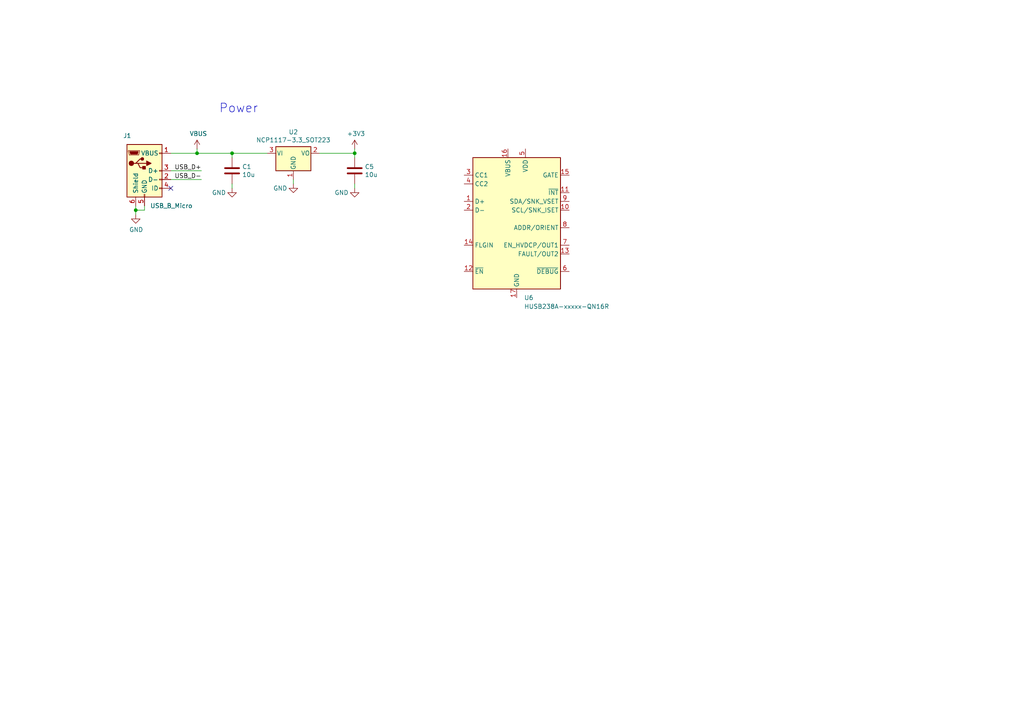
<source format=kicad_sch>
(kicad_sch (version 20250114) (generator "eeschema") (generator_version "9.0")
  (paper "A4")
  (lib_symbols
    (symbol "Connector:USB_B_Micro" (pin_names (offset 1.016))
      (property "Reference" "J" (at -5.08 11.43 0))
      (property "Value" "USB_B_Micro" (at -5.08 8.89 0))
      (symbol "USB_B_Micro_0_1"
        (rectangle (start -5.08 -7.62) (end 5.08 7.62) (stroke (width 0.254)) (fill (type background)))
        (polyline (pts (xy -4.699 5.842) (xy -4.699 5.588) (xy -4.445 4.826) (xy -4.445 4.572) (xy -1.651 4.572) (xy -1.651 4.826) (xy -1.397 5.588) (xy -1.397 5.842) (xy -4.699 5.842)))
        (polyline (pts (xy -4.318 5.588) (xy -1.778 5.588) (xy -2.032 4.826) (xy -4.064 4.826) (xy -4.318 5.588)) (fill (type outline)))
        (circle (center -3.81 2.159) (radius 0.635) (stroke (width 0.254)) (fill (type outline)))
        (polyline (pts (xy -3.175 2.159) (xy -2.54 2.159) (xy -1.27 3.429) (xy -0.635 3.429)) (stroke (width 0.254)))
        (polyline (pts (xy -2.54 2.159) (xy -1.905 2.159) (xy -1.27 0.889) (xy 0 0.889)) (stroke (width 0.254)))
        (polyline (pts (xy -1.905 2.159) (xy 0.635 2.159)) (stroke (width 0.254)))
        (circle (center -0.635 3.429) (radius 0.381) (stroke (width 0.254)) (fill (type outline)))
        (rectangle (start -0.127 -7.62) (end 0.127 -6.858))
        (rectangle (start 0.254 1.27) (end -0.508 0.508) (stroke (width 0.254)) (fill (type outline)))
        (polyline (pts (xy 0.635 2.794) (xy 0.635 1.524) (xy 1.905 2.159) (xy 0.635 2.794)) (stroke (width 0.254)) (fill (type outline)))
        (rectangle (start 5.08 4.953) (end 4.318 5.207))
        (rectangle (start 5.08 -0.127) (end 4.318 0.127))
        (rectangle (start 5.08 -2.667) (end 4.318 -2.413))
        (rectangle (start 5.08 -5.207) (end 4.318 -4.953))
      )
      (symbol "USB_B_Micro_1_1"
        (pin passive line (at -2.54 -10.16 90) (length 2.54) (name "Shield") (number "6"))
        (pin power_out line (at 0 -10.16 90) (length 2.54) (name "GND") (number "5"))
        (pin power_out line (at 7.62 5.08 180) (length 2.54) (name "VBUS") (number "1"))
        (pin bidirectional line (at 7.62 0 180) (length 2.54) (name "D+") (number "3"))
        (pin bidirectional line (at 7.62 -2.54 180) (length 2.54) (name "D-") (number "2"))
        (pin passive line (at 7.62 -5.08 180) (length 2.54) (name "ID") (number "4"))
      )
    )
    (symbol "Device:C" (pin_numbers (hide yes)) (pin_names (offset 0.254))
      (property "Reference" "C" (at 0.635 2.54 0))
      (property "Value" "C" (at 0.635 -2.54 0))
      (symbol "C_0_1"
        (polyline (pts (xy -2.032 0.762) (xy 2.032 0.762)) (stroke (width 0.508)))
        (polyline (pts (xy -2.032 -0.762) (xy 2.032 -0.762)) (stroke (width 0.508)))
      )
      (symbol "C_1_1"
        (pin passive line (at 0 3.81 270) (length 2.794) (name "~") (number "1"))
        (pin passive line (at 0 -3.81 90) (length 2.794) (name "~") (number "2"))
      )
    )
    (symbol "Interface_USB:HUSB238A-xxxxx-QN16R"
      (property "Reference" "U" (at -11.176 22.352 0))
      (property "Value" "HUSB238A-xxxxx-QN16R" (at 16.764 22.352 0))
      (symbol "HUSB238A-xxxxx-QN16R_1_1"
        (rectangle (start -12.7 20.32) (end 12.7 -17.78) (stroke (width 0.254)) (fill (type background)))
        (pin bidirectional line (at -15.24 15.24 0) (length 2.54) (name "CC1") (number "3"))
        (pin bidirectional line (at -15.24 12.7 0) (length 2.54) (name "CC2") (number "4"))
        (pin bidirectional line (at -15.24 7.62 0) (length 2.54) (name "D+") (number "1"))
        (pin bidirectional line (at -15.24 5.08 0) (length 2.54) (name "D-") (number "2"))
        (pin input line (at -15.24 -5.08 0) (length 2.54) (name "FLGIN") (number "14"))
        (pin input line (at -15.24 -12.7 0) (length 2.54) (name "~{EN}") (number "12"))
        (pin power_in line (at -2.54 22.86 270) (length 2.54) (name "VBUS") (number "16"))
        (pin power_in line (at 0 -20.32 90) (length 2.54) (name "GND") (number "17"))
        (pin power_in line (at 2.54 22.86 270) (length 2.54) (name "VDD") (number "5"))
        (pin open_collector line (at 15.24 15.24 180) (length 2.54) (name "GATE") (number "15"))
        (pin open_collector line (at 15.24 10.16 180) (length 2.54) (name "~{INT}") (number "11"))
        (pin bidirectional line (at 15.24 7.62 180) (length 2.54) (name "SDA/SNK_VSET") (number "9"))
        (pin input line (at 15.24 5.08 180) (length 2.54) (name "SCL/SNK_ISET") (number "10"))
        (pin bidirectional line (at 15.24 0 180) (length 2.54) (name "ADDR/ORIENT") (number "8"))
        (pin bidirectional line (at 15.24 -5.08 180) (length 2.54) (name "EN_HVDCP/OUT1") (number "7"))
        (pin output line (at 15.24 -7.62 180) (length 2.54) (name "FAULT/OUT2") (number "13"))
        (pin output line (at 15.24 -12.7 180) (length 2.54) (name "~{DEBUG}") (number "6"))
      )
    )
    (symbol "Regulator_Linear:NCP1117-3.3_SOT223" (pin_names (offset 0.254))
      (property "Reference" "U" (at -3.81 3.175 0))
      (property "Value" "NCP1117-3.3_SOT223" (at 0 3.175 0))
      (symbol "NCP1117-3.3_SOT223_0_1"
        (rectangle (start -5.08 -5.08) (end 5.08 1.905) (stroke (width 0.254)) (fill (type background)))
      )
      (symbol "NCP1117-3.3_SOT223_1_1"
        (pin power_in line (at -7.62 0 0) (length 2.54) (name "VI") (number "3"))
        (pin power_in line (at 0 -7.62 90) (length 2.54) (name "GND") (number "1"))
        (pin power_out line (at 7.62 0 180) (length 2.54) (name "VO") (number "2"))
      )
    )
    (symbol "power:+3V3" (power) (pin_names (offset 0))
      (property "Value" "+3V3" (at 0 3.556 0))
      (symbol "+3V3_0_1"
        (polyline (pts (xy -0.762 1.27) (xy 0 2.54)))
        (polyline (pts (xy 0 2.54) (xy 0.762 1.27)))
        (polyline (pts (xy 0 0) (xy 0 2.54)))
      )
      (symbol "+3V3_1_1"
        (pin power_in line (at 0 0 90) (length 0) (hide yes) (name "+3V3") (number "1"))
      )
    )
    (symbol "power:GND" (power) (pin_names (offset 0))
      (property "Value" "GND" (at 0 -3.81 0))
      (symbol "GND_0_1"
        (polyline (pts (xy 0 0) (xy 0 -1.27) (xy 1.27 -1.27) (xy 0 -2.54) (xy -1.27 -1.27) (xy 0 -1.27)))
      )
      (symbol "GND_1_1"
        (pin power_in line (at 0 0 270) (length 0) (hide yes) (name "GND") (number "1"))
      )
    )
    (symbol "power:VBUS" (power) (pin_names (offset 0))
      (property "Value" "VBUS" (at 0 3.81 0))
      (symbol "VBUS_0_1"
        (polyline (pts (xy -0.762 1.27) (xy 0 2.54)))
        (polyline (pts (xy 0 2.54) (xy 0.762 1.27)))
        (polyline (pts (xy 0 0) (xy 0 2.54)))
      )
      (symbol "VBUS_1_1"
        (pin power_in line (at 0 0 90) (length 0) (hide yes) (name "VBUS") (number "1"))
      )
    )
  )
  (text "Power" (at 63.5 33.02 0) (effects (font (size 2.54 2.54)) (justify left bottom)))
  (junction (at 67.31 44.45))
  (junction (at 39.37 60.96))
  (junction (at 102.87 44.45))
  (junction (at 57.15 44.45))
  (no_connect (at 49.53 54.61))
  (wire (pts (xy 41.91 59.69) (xy 41.91 60.96)))
  (wire (pts (xy 102.87 53.34) (xy 102.87 54.61)))
  (wire (pts (xy 57.15 44.45) (xy 67.31 44.45)))
  (wire (pts (xy 67.31 45.72) (xy 67.31 44.45)))
  (wire (pts (xy 41.91 60.96) (xy 39.37 60.96)))
  (wire (pts (xy 49.53 52.07) (xy 58.42 52.07)))
  (wire (pts (xy 39.37 59.69) (xy 39.37 60.96)))
  (wire (pts (xy 85.09 52.07) (xy 85.09 53.34)))
  (wire (pts (xy 39.37 60.96) (xy 39.37 62.23)))
  (wire (pts (xy 57.15 43.18) (xy 57.15 44.45)))
  (wire (pts (xy 49.53 49.53) (xy 58.42 49.53)))
  (wire (pts (xy 102.87 44.45) (xy 102.87 43.18)))
  (wire (pts (xy 49.53 44.45) (xy 57.15 44.45)))
  (wire (pts (xy 102.87 45.72) (xy 102.87 44.45)))
  (wire (pts (xy 67.31 53.34) (xy 67.31 54.61)))
  (wire (pts (xy 92.71 44.45) (xy 102.87 44.45)))
  (wire (pts (xy 77.47 44.45) (xy 67.31 44.45)))
  (label "USB_D+" (at 58.42 49.53 180))
  (label "USB_D-" (at 58.42 52.07 180))
  (symbol (lib_id "Connector:USB_B_Micro") (at 41.91 49.53 0) (unit 1)
    (property "Reference" "J1" (at 38.1 39.37 0) (effects (justify right)))
    (property "Value" "USB_B_Micro" (at 55.88 59.69 0) (effects (justify right)))
    (property "Footprint" "Connector_USB:USB_Micro-B_Amphenol_10103594-0001LF_Horizontal" (effects (hide yes)))
  )
  (symbol (lib_id "power:GND") (at 39.37 62.23 0) (unit 1)
    (property "Reference" "#PWR01" (effects (hide yes)))
    (property "Value" "GND" (at 39.497 66.6242 0))
  )
  (symbol (lib_id "Regulator_Linear:NCP1117-3.3_SOT223") (at 85.09 44.45 0) (unit 1)
    (property "Reference" "U2" (at 85.09 38.3032 0))
    (property "Value" "NCP1117-3.3_SOT223" (at 85.09 40.6146 0))
    (property "Footprint" "Package_TO_SOT_SMD:SOT-223-3_TabPin2" (effects (hide yes)))
    (property "Datasheet" "http://www.onsemi.com/pub_link/Collateral/NCP1117-D.PDF" (effects (hide yes)))
  )
  (symbol (lib_id "power:VBUS") (at 57.15 43.18 0) (unit 1)
    (property "Reference" "#PWR02" (effects (hide yes)))
    (property "Value" "VBUS" (at 57.531 38.7858 0))
  )
  (symbol (lib_id "power:GND") (at 85.09 53.34 0) (unit 1)
    (property "Reference" "#PWR08" (effects (hide yes)))
    (property "Value" "GND" (at 81.28 54.61 0))
  )
  (symbol (lib_id "power:+3V3") (at 102.87 43.18 0) (unit 1)
    (property "Reference" "#PWR010" (effects (hide yes)))
    (property "Value" "+3V3" (at 103.251 38.7858 0))
  )
  (symbol (lib_id "Device:C") (at 67.31 49.53 0) (unit 1)
    (property "Reference" "C1" (at 70.231 48.3616 0) (effects (justify left)))
    (property "Value" "10u" (at 70.231 50.673 0) (effects (justify left)))
    (property "Footprint" "Capacitor_SMD:C_0805_2012Metric" (effects (hide yes)))
  )
  (symbol (lib_id "Device:C") (at 102.87 49.53 0) (unit 1)
    (property "Reference" "C5" (at 105.791 48.3616 0) (effects (justify left)))
    (property "Value" "10u" (at 105.791 50.673 0) (effects (justify left)))
    (property "Footprint" "Capacitor_SMD:C_0805_2012Metric" (effects (hide yes)))
  )
  (symbol (lib_id "power:GND") (at 67.31 54.61 0) (unit 1)
    (property "Reference" "#PWR03" (effects (hide yes)))
    (property "Value" "GND" (at 63.5 55.88 0))
  )
  (symbol (lib_id "power:GND") (at 102.87 54.61 0) (unit 1)
    (property "Reference" "#PWR011" (effects (hide yes)))
    (property "Value" "GND" (at 99.06 55.88 0))
  )
  (symbol (lib_id "Interface_USB:HUSB238A-xxxxx-QN16R") (at 149.86 66.04 0) (unit 1)
    (property "Reference" "U6" (at 152.0033 86.36 0) (effects (justify left)))
    (property "Value" "HUSB238A-xxxxx-QN16R" (at 152.0033 88.9 0) (effects (justify left)))
    (property "Footprint" "Package_DFN_QFN:WQFN-16-1EP_3x3mm_P0.5mm_EP1.75x1.75mm" (effects (hide yes)))
    (property "Datasheet" "https://www.lcsc.com/datasheet/lcsc_datasheet_2412301710_Hynetek-HUSB238A-BB001-QN16R_C24833806.pdf" (effects (hide yes)))
    (property "Description" "USB-PD Sink IC Port Controller, VBUS = 3..48V, USB Type-C rev. 2.1, USB-PD rev. 3.1, BC1.2, QC2.0, WQFN-16" (effects (hide yes)))
  )
)
</source>
